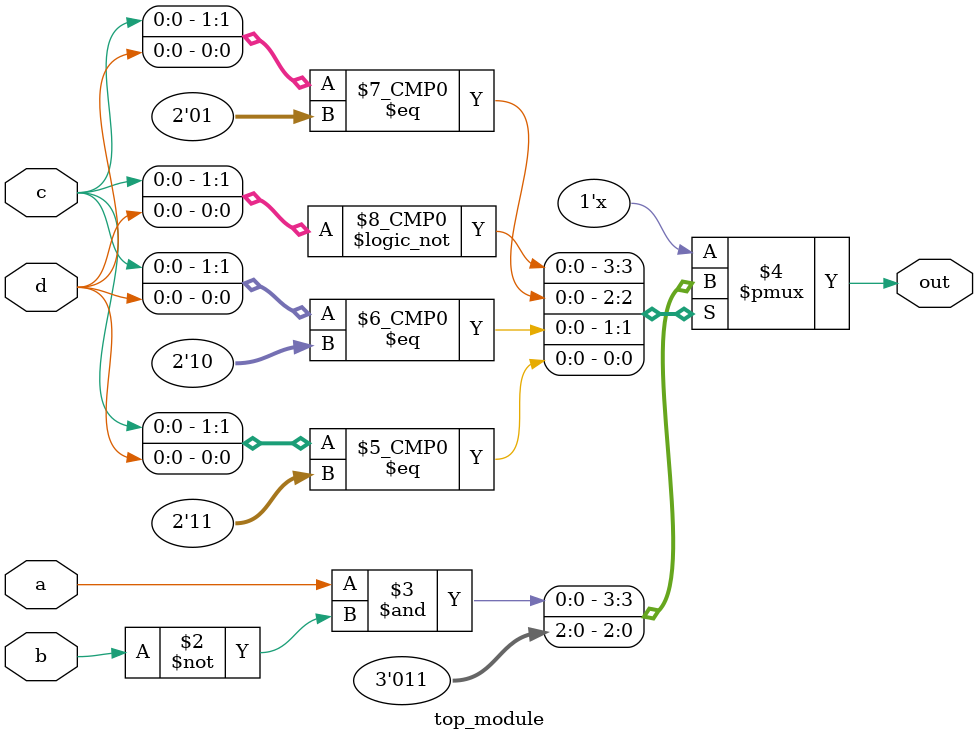
<source format=sv>
module top_module (
    input a, 
    input b,
    input c,
    input d,
    output reg out
);

always @(*) begin
    case ({c, d})
        2'b00: out = a & ~b;
        2'b01: out = 1'b0;
        2'b10: out = 1'b1;
        2'b11: out = 1'b1;
    endcase
end

endmodule

</source>
